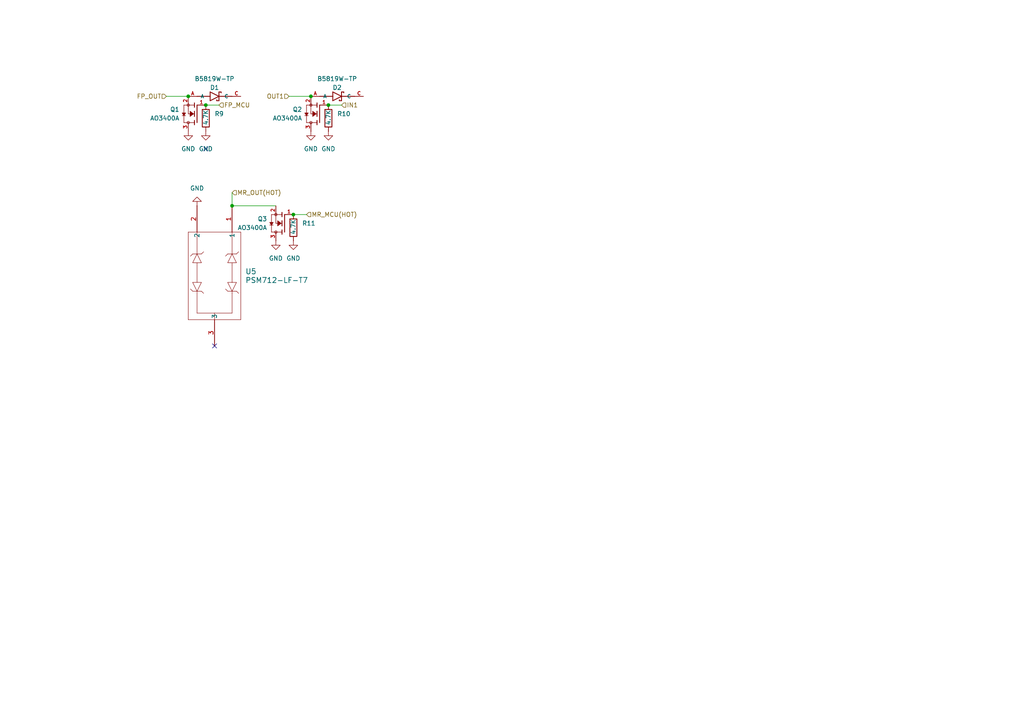
<source format=kicad_sch>
(kicad_sch
	(version 20231120)
	(generator "eeschema")
	(generator_version "8.0")
	(uuid "543a9f05-7693-4323-bfaa-3b91eca16fa2")
	(paper "A4")
	(lib_symbols
		(symbol "AO3400A:AO3400A"
			(pin_names
				(offset 1.016)
			)
			(exclude_from_sim no)
			(in_bom yes)
			(on_board yes)
			(property "Reference" "Q"
				(at -8.89 2.54 0)
				(effects
					(font
						(size 1.27 1.27)
					)
					(justify left bottom)
				)
			)
			(property "Value" "AO3400A"
				(at -8.89 -7.62 0)
				(effects
					(font
						(size 1.27 1.27)
					)
					(justify left bottom)
				)
			)
			(property "Footprint" "AO3400A:SOT95P280X125-3N"
				(at 0 0 0)
				(effects
					(font
						(size 1.27 1.27)
					)
					(justify bottom)
					(hide yes)
				)
			)
			(property "Datasheet" ""
				(at 0 0 0)
				(effects
					(font
						(size 1.27 1.27)
					)
					(hide yes)
				)
			)
			(property "Description" ""
				(at 0 0 0)
				(effects
					(font
						(size 1.27 1.27)
					)
					(hide yes)
				)
			)
			(property "MF" "Alpha & Omega Semiconductor"
				(at 0 0 0)
				(effects
					(font
						(size 1.27 1.27)
					)
					(justify bottom)
					(hide yes)
				)
			)
			(property "MAXIMUM_PACKAGE_HEIGHT" "1.25 mm"
				(at 0 0 0)
				(effects
					(font
						(size 1.27 1.27)
					)
					(justify bottom)
					(hide yes)
				)
			)
			(property "Package" "SOT-23 Alpha &amp; Omega Semiconductor Inc."
				(at 0 0 0)
				(effects
					(font
						(size 1.27 1.27)
					)
					(justify bottom)
					(hide yes)
				)
			)
			(property "Price" "None"
				(at 0 0 0)
				(effects
					(font
						(size 1.27 1.27)
					)
					(justify bottom)
					(hide yes)
				)
			)
			(property "Check_prices" "https://www.snapeda.com/parts/AO3400A/Alpha+%2526+Omega+Semiconductor+Inc./view-part/?ref=eda"
				(at 0 0 0)
				(effects
					(font
						(size 1.27 1.27)
					)
					(justify bottom)
					(hide yes)
				)
			)
			(property "STANDARD" "IPC 7351B"
				(at 0 0 0)
				(effects
					(font
						(size 1.27 1.27)
					)
					(justify bottom)
					(hide yes)
				)
			)
			(property "PARTREV" "L"
				(at 0 0 0)
				(effects
					(font
						(size 1.27 1.27)
					)
					(justify bottom)
					(hide yes)
				)
			)
			(property "SnapEDA_Link" "https://www.snapeda.com/parts/AO3400A/Alpha+%2526+Omega+Semiconductor+Inc./view-part/?ref=snap"
				(at 0 0 0)
				(effects
					(font
						(size 1.27 1.27)
					)
					(justify bottom)
					(hide yes)
				)
			)
			(property "MP" "AO3400A"
				(at 0 0 0)
				(effects
					(font
						(size 1.27 1.27)
					)
					(justify bottom)
					(hide yes)
				)
			)
			(property "Description_1" "\n                        \n                            N-Channel 30 V 5.7A (Ta) 1.4W (Ta) Surface Mount SOT-23-3\n                        \n"
				(at 0 0 0)
				(effects
					(font
						(size 1.27 1.27)
					)
					(justify bottom)
					(hide yes)
				)
			)
			(property "Availability" "In Stock"
				(at 0 0 0)
				(effects
					(font
						(size 1.27 1.27)
					)
					(justify bottom)
					(hide yes)
				)
			)
			(property "MANUFACTURER" "Alpha & Omega Semiconductor"
				(at 0 0 0)
				(effects
					(font
						(size 1.27 1.27)
					)
					(justify bottom)
					(hide yes)
				)
			)
			(symbol "AO3400A_0_0"
				(polyline
					(pts
						(xy 0 2.54) (xy 0 -2.54)
					)
					(stroke
						(width 0.254)
						(type default)
					)
					(fill
						(type none)
					)
				)
				(polyline
					(pts
						(xy 0.762 -2.54) (xy 0.762 -3.175)
					)
					(stroke
						(width 0.254)
						(type default)
					)
					(fill
						(type none)
					)
				)
				(polyline
					(pts
						(xy 0.762 -1.905) (xy 0.762 -2.54)
					)
					(stroke
						(width 0.254)
						(type default)
					)
					(fill
						(type none)
					)
				)
				(polyline
					(pts
						(xy 0.762 0) (xy 0.762 -0.762)
					)
					(stroke
						(width 0.254)
						(type default)
					)
					(fill
						(type none)
					)
				)
				(polyline
					(pts
						(xy 0.762 0) (xy 2.54 0)
					)
					(stroke
						(width 0.1524)
						(type default)
					)
					(fill
						(type none)
					)
				)
				(polyline
					(pts
						(xy 0.762 0.762) (xy 0.762 0)
					)
					(stroke
						(width 0.254)
						(type default)
					)
					(fill
						(type none)
					)
				)
				(polyline
					(pts
						(xy 0.762 2.54) (xy 0.762 1.905)
					)
					(stroke
						(width 0.254)
						(type default)
					)
					(fill
						(type none)
					)
				)
				(polyline
					(pts
						(xy 0.762 2.54) (xy 3.81 2.54)
					)
					(stroke
						(width 0.1524)
						(type default)
					)
					(fill
						(type none)
					)
				)
				(polyline
					(pts
						(xy 0.762 3.175) (xy 0.762 2.54)
					)
					(stroke
						(width 0.254)
						(type default)
					)
					(fill
						(type none)
					)
				)
				(polyline
					(pts
						(xy 2.54 -2.54) (xy 0.762 -2.54)
					)
					(stroke
						(width 0.1524)
						(type default)
					)
					(fill
						(type none)
					)
				)
				(polyline
					(pts
						(xy 2.54 -2.54) (xy 3.81 -2.54)
					)
					(stroke
						(width 0.1524)
						(type default)
					)
					(fill
						(type none)
					)
				)
				(polyline
					(pts
						(xy 2.54 0) (xy 2.54 -2.54)
					)
					(stroke
						(width 0.1524)
						(type default)
					)
					(fill
						(type none)
					)
				)
				(polyline
					(pts
						(xy 3.81 0.508) (xy 3.302 0.508)
					)
					(stroke
						(width 0.1524)
						(type default)
					)
					(fill
						(type none)
					)
				)
				(polyline
					(pts
						(xy 3.81 0.508) (xy 3.81 -2.54)
					)
					(stroke
						(width 0.1524)
						(type default)
					)
					(fill
						(type none)
					)
				)
				(polyline
					(pts
						(xy 3.81 2.54) (xy 3.81 0.508)
					)
					(stroke
						(width 0.1524)
						(type default)
					)
					(fill
						(type none)
					)
				)
				(polyline
					(pts
						(xy 4.318 0.508) (xy 3.81 0.508)
					)
					(stroke
						(width 0.1524)
						(type default)
					)
					(fill
						(type none)
					)
				)
				(polyline
					(pts
						(xy 1.016 0) (xy 2.032 0.762) (xy 2.032 -0.762) (xy 1.016 0)
					)
					(stroke
						(width 0.1524)
						(type default)
					)
					(fill
						(type outline)
					)
				)
				(polyline
					(pts
						(xy 3.81 0.508) (xy 3.302 -0.254) (xy 4.318 -0.254) (xy 3.81 0.508)
					)
					(stroke
						(width 0.1524)
						(type default)
					)
					(fill
						(type outline)
					)
				)
				(circle
					(center 2.54 -2.54)
					(radius 0.3592)
					(stroke
						(width 0)
						(type default)
					)
					(fill
						(type none)
					)
				)
				(circle
					(center 2.54 2.54)
					(radius 0.3592)
					(stroke
						(width 0)
						(type default)
					)
					(fill
						(type none)
					)
				)
				(pin passive line
					(at -2.54 -2.54 0)
					(length 2.54)
					(name "~"
						(effects
							(font
								(size 1.016 1.016)
							)
						)
					)
					(number "1"
						(effects
							(font
								(size 1.016 1.016)
							)
						)
					)
				)
				(pin passive line
					(at 2.54 -5.08 90)
					(length 2.54)
					(name "~"
						(effects
							(font
								(size 1.016 1.016)
							)
						)
					)
					(number "2"
						(effects
							(font
								(size 1.016 1.016)
							)
						)
					)
				)
				(pin passive line
					(at 2.54 5.08 270)
					(length 2.54)
					(name "~"
						(effects
							(font
								(size 1.016 1.016)
							)
						)
					)
					(number "3"
						(effects
							(font
								(size 1.016 1.016)
							)
						)
					)
				)
			)
		)
		(symbol "B5819W-TP:B5819W-TP"
			(pin_names
				(offset 1.016)
			)
			(exclude_from_sim no)
			(in_bom yes)
			(on_board yes)
			(property "Reference" "D"
				(at -3.5606 1.9074 0)
				(effects
					(font
						(size 1.27 1.27)
					)
					(justify left bottom)
				)
			)
			(property "Value" "B5819W-TP"
				(at -3.559 -3.4319 0)
				(effects
					(font
						(size 1.27 1.27)
					)
					(justify left bottom)
				)
			)
			(property "Footprint" "B5819W-TP:SOD3716X135N"
				(at 0 0 0)
				(effects
					(font
						(size 1.27 1.27)
					)
					(justify bottom)
					(hide yes)
				)
			)
			(property "Datasheet" ""
				(at 0 0 0)
				(effects
					(font
						(size 1.27 1.27)
					)
					(hide yes)
				)
			)
			(property "Description" ""
				(at 0 0 0)
				(effects
					(font
						(size 1.27 1.27)
					)
					(hide yes)
				)
			)
			(property "MF" "Micro Commercial"
				(at 0 0 0)
				(effects
					(font
						(size 1.27 1.27)
					)
					(justify bottom)
					(hide yes)
				)
			)
			(property "Description_1" "\n                        \n                            Diode Schottky 40 V 1A Surface Mount SOD-123\n                        \n"
				(at 0 0 0)
				(effects
					(font
						(size 1.27 1.27)
					)
					(justify bottom)
					(hide yes)
				)
			)
			(property "Package" "SOD-123 Multicomp"
				(at 0 0 0)
				(effects
					(font
						(size 1.27 1.27)
					)
					(justify bottom)
					(hide yes)
				)
			)
			(property "Price" "None"
				(at 0 0 0)
				(effects
					(font
						(size 1.27 1.27)
					)
					(justify bottom)
					(hide yes)
				)
			)
			(property "Check_prices" "https://www.snapeda.com/parts/B5819W-TP/Micro+Commercial+Components/view-part/?ref=eda"
				(at 0 0 0)
				(effects
					(font
						(size 1.27 1.27)
					)
					(justify bottom)
					(hide yes)
				)
			)
			(property "SnapEDA_Link" "https://www.snapeda.com/parts/B5819W-TP/Micro+Commercial+Components/view-part/?ref=snap"
				(at 0 0 0)
				(effects
					(font
						(size 1.27 1.27)
					)
					(justify bottom)
					(hide yes)
				)
			)
			(property "MP" "B5819W-TP"
				(at 0 0 0)
				(effects
					(font
						(size 1.27 1.27)
					)
					(justify bottom)
					(hide yes)
				)
			)
			(property "Availability" "In Stock"
				(at 0 0 0)
				(effects
					(font
						(size 1.27 1.27)
					)
					(justify bottom)
					(hide yes)
				)
			)
			(property "MANUFACTURER" "Micro Commercial Components"
				(at 0 0 0)
				(effects
					(font
						(size 1.27 1.27)
					)
					(justify bottom)
					(hide yes)
				)
			)
			(symbol "B5819W-TP_0_0"
				(polyline
					(pts
						(xy -5.08 0) (xy -1.27 0)
					)
					(stroke
						(width 0.254)
						(type default)
					)
					(fill
						(type none)
					)
				)
				(polyline
					(pts
						(xy -1.27 -1.27) (xy 1.27 0)
					)
					(stroke
						(width 0.254)
						(type default)
					)
					(fill
						(type none)
					)
				)
				(polyline
					(pts
						(xy -1.27 0) (xy -1.27 -1.27)
					)
					(stroke
						(width 0.254)
						(type default)
					)
					(fill
						(type none)
					)
				)
				(polyline
					(pts
						(xy -1.27 1.27) (xy -1.27 0)
					)
					(stroke
						(width 0.254)
						(type default)
					)
					(fill
						(type none)
					)
				)
				(polyline
					(pts
						(xy 0.635 -1.016) (xy 0.635 -1.27)
					)
					(stroke
						(width 0.254)
						(type default)
					)
					(fill
						(type none)
					)
				)
				(polyline
					(pts
						(xy 1.27 -1.27) (xy 0.635 -1.27)
					)
					(stroke
						(width 0.254)
						(type default)
					)
					(fill
						(type none)
					)
				)
				(polyline
					(pts
						(xy 1.27 0) (xy -1.27 1.27)
					)
					(stroke
						(width 0.254)
						(type default)
					)
					(fill
						(type none)
					)
				)
				(polyline
					(pts
						(xy 1.27 0) (xy 1.27 -1.27)
					)
					(stroke
						(width 0.254)
						(type default)
					)
					(fill
						(type none)
					)
				)
				(polyline
					(pts
						(xy 1.27 0) (xy 5.08 0)
					)
					(stroke
						(width 0.254)
						(type default)
					)
					(fill
						(type none)
					)
				)
				(polyline
					(pts
						(xy 1.27 1.27) (xy 1.27 0)
					)
					(stroke
						(width 0.254)
						(type default)
					)
					(fill
						(type none)
					)
				)
				(polyline
					(pts
						(xy 1.905 1.27) (xy 1.27 1.27)
					)
					(stroke
						(width 0.254)
						(type default)
					)
					(fill
						(type none)
					)
				)
				(polyline
					(pts
						(xy 1.905 1.27) (xy 1.905 1.016)
					)
					(stroke
						(width 0.254)
						(type default)
					)
					(fill
						(type none)
					)
				)
				(pin passive line
					(at -7.62 0 0)
					(length 2.54)
					(name "A"
						(effects
							(font
								(size 1.016 1.016)
							)
						)
					)
					(number "A"
						(effects
							(font
								(size 1.016 1.016)
							)
						)
					)
				)
				(pin passive line
					(at 7.62 0 180)
					(length 2.54)
					(name "C"
						(effects
							(font
								(size 1.016 1.016)
							)
						)
					)
					(number "C"
						(effects
							(font
								(size 1.016 1.016)
							)
						)
					)
				)
			)
		)
		(symbol "Device:R"
			(pin_numbers hide)
			(pin_names
				(offset 0)
			)
			(exclude_from_sim no)
			(in_bom yes)
			(on_board yes)
			(property "Reference" "R"
				(at 2.032 0 90)
				(effects
					(font
						(size 1.27 1.27)
					)
				)
			)
			(property "Value" "R"
				(at 0 0 90)
				(effects
					(font
						(size 1.27 1.27)
					)
				)
			)
			(property "Footprint" ""
				(at -1.778 0 90)
				(effects
					(font
						(size 1.27 1.27)
					)
					(hide yes)
				)
			)
			(property "Datasheet" "~"
				(at 0 0 0)
				(effects
					(font
						(size 1.27 1.27)
					)
					(hide yes)
				)
			)
			(property "Description" "Resistor"
				(at 0 0 0)
				(effects
					(font
						(size 1.27 1.27)
					)
					(hide yes)
				)
			)
			(property "ki_keywords" "R res resistor"
				(at 0 0 0)
				(effects
					(font
						(size 1.27 1.27)
					)
					(hide yes)
				)
			)
			(property "ki_fp_filters" "R_*"
				(at 0 0 0)
				(effects
					(font
						(size 1.27 1.27)
					)
					(hide yes)
				)
			)
			(symbol "R_0_1"
				(rectangle
					(start -1.016 -2.54)
					(end 1.016 2.54)
					(stroke
						(width 0.254)
						(type default)
					)
					(fill
						(type none)
					)
				)
			)
			(symbol "R_1_1"
				(pin passive line
					(at 0 3.81 270)
					(length 1.27)
					(name "~"
						(effects
							(font
								(size 1.27 1.27)
							)
						)
					)
					(number "1"
						(effects
							(font
								(size 1.27 1.27)
							)
						)
					)
				)
				(pin passive line
					(at 0 -3.81 90)
					(length 1.27)
					(name "~"
						(effects
							(font
								(size 1.27 1.27)
							)
						)
					)
					(number "2"
						(effects
							(font
								(size 1.27 1.27)
							)
						)
					)
				)
			)
		)
		(symbol "PSM712-LF:PSM712-LF-T7"
			(pin_names
				(offset 0.254)
			)
			(exclude_from_sim no)
			(in_bom yes)
			(on_board yes)
			(property "Reference" "U"
				(at 20.32 7.62 0)
				(effects
					(font
						(size 1.524 1.524)
					)
				)
			)
			(property "Value" "PSM712-LF-T7"
				(at 20.32 5.08 0)
				(effects
					(font
						(size 1.524 1.524)
					)
				)
			)
			(property "Footprint" "SOT_12-LF-T7_PTD"
				(at 0 0 0)
				(effects
					(font
						(size 1.27 1.27)
						(italic yes)
					)
					(hide yes)
				)
			)
			(property "Datasheet" "PSM712-LF-T7"
				(at 0 0 0)
				(effects
					(font
						(size 1.27 1.27)
						(italic yes)
					)
					(hide yes)
				)
			)
			(property "Description" ""
				(at 0 0 0)
				(effects
					(font
						(size 1.27 1.27)
					)
					(hide yes)
				)
			)
			(property "ki_locked" ""
				(at 0 0 0)
				(effects
					(font
						(size 1.27 1.27)
					)
				)
			)
			(property "ki_keywords" "PSM712-LF-T7"
				(at 0 0 0)
				(effects
					(font
						(size 1.27 1.27)
					)
					(hide yes)
				)
			)
			(property "ki_fp_filters" "SOT_12-LF-T7_PTD SOT_12-LF-T7_PTD-M SOT_12-LF-T7_PTD-L"
				(at 0 0 0)
				(effects
					(font
						(size 1.27 1.27)
					)
					(hide yes)
				)
			)
			(symbol "PSM712-LF-T7_0_1"
				(polyline
					(pts
						(xy 7.62 -12.7) (xy 33.02 -12.7)
					)
					(stroke
						(width 0.127)
						(type default)
					)
					(fill
						(type none)
					)
				)
				(polyline
					(pts
						(xy 7.62 -10.16) (xy 13.97 -10.16)
					)
					(stroke
						(width 0.127)
						(type default)
					)
					(fill
						(type none)
					)
				)
				(polyline
					(pts
						(xy 7.62 0) (xy 13.97 0)
					)
					(stroke
						(width 0.127)
						(type default)
					)
					(fill
						(type none)
					)
				)
				(polyline
					(pts
						(xy 7.62 2.54) (xy 7.62 -12.7)
					)
					(stroke
						(width 0.127)
						(type default)
					)
					(fill
						(type none)
					)
				)
				(polyline
					(pts
						(xy 13.97 -11.43) (xy 14.605 -12.065)
					)
					(stroke
						(width 0.127)
						(type default)
					)
					(fill
						(type none)
					)
				)
				(polyline
					(pts
						(xy 13.97 -10.16) (xy 13.97 -11.43)
					)
					(stroke
						(width 0.127)
						(type default)
					)
					(fill
						(type none)
					)
				)
				(polyline
					(pts
						(xy 13.97 -10.16) (xy 13.97 -8.89)
					)
					(stroke
						(width 0.127)
						(type default)
					)
					(fill
						(type none)
					)
				)
				(polyline
					(pts
						(xy 13.97 -10.16) (xy 16.51 -8.89)
					)
					(stroke
						(width 0.127)
						(type default)
					)
					(fill
						(type none)
					)
				)
				(polyline
					(pts
						(xy 13.97 -8.89) (xy 13.335 -8.255)
					)
					(stroke
						(width 0.127)
						(type default)
					)
					(fill
						(type none)
					)
				)
				(polyline
					(pts
						(xy 13.97 -1.27) (xy 14.605 -1.905)
					)
					(stroke
						(width 0.127)
						(type default)
					)
					(fill
						(type none)
					)
				)
				(polyline
					(pts
						(xy 13.97 0) (xy 13.97 -1.27)
					)
					(stroke
						(width 0.127)
						(type default)
					)
					(fill
						(type none)
					)
				)
				(polyline
					(pts
						(xy 13.97 0) (xy 13.97 1.27)
					)
					(stroke
						(width 0.127)
						(type default)
					)
					(fill
						(type none)
					)
				)
				(polyline
					(pts
						(xy 13.97 0) (xy 16.51 1.27)
					)
					(stroke
						(width 0.127)
						(type default)
					)
					(fill
						(type none)
					)
				)
				(polyline
					(pts
						(xy 13.97 1.27) (xy 13.335 1.905)
					)
					(stroke
						(width 0.127)
						(type default)
					)
					(fill
						(type none)
					)
				)
				(polyline
					(pts
						(xy 16.51 -11.43) (xy 13.97 -10.16)
					)
					(stroke
						(width 0.127)
						(type default)
					)
					(fill
						(type none)
					)
				)
				(polyline
					(pts
						(xy 16.51 -10.16) (xy 16.51 -11.43)
					)
					(stroke
						(width 0.127)
						(type default)
					)
					(fill
						(type none)
					)
				)
				(polyline
					(pts
						(xy 16.51 -10.16) (xy 16.51 -8.89)
					)
					(stroke
						(width 0.127)
						(type default)
					)
					(fill
						(type none)
					)
				)
				(polyline
					(pts
						(xy 16.51 -1.27) (xy 13.97 0)
					)
					(stroke
						(width 0.127)
						(type default)
					)
					(fill
						(type none)
					)
				)
				(polyline
					(pts
						(xy 16.51 1.27) (xy 16.51 -1.27)
					)
					(stroke
						(width 0.127)
						(type default)
					)
					(fill
						(type none)
					)
				)
				(polyline
					(pts
						(xy 17.145 0) (xy 16.51 0)
					)
					(stroke
						(width 0.127)
						(type default)
					)
					(fill
						(type none)
					)
				)
				(polyline
					(pts
						(xy 17.145 0) (xy 22.225 0)
					)
					(stroke
						(width 0.127)
						(type default)
					)
					(fill
						(type none)
					)
				)
				(polyline
					(pts
						(xy 22.225 -10.16) (xy 16.51 -10.16)
					)
					(stroke
						(width 0.127)
						(type default)
					)
					(fill
						(type none)
					)
				)
				(polyline
					(pts
						(xy 22.225 -8.89) (xy 22.225 -11.43)
					)
					(stroke
						(width 0.127)
						(type default)
					)
					(fill
						(type none)
					)
				)
				(polyline
					(pts
						(xy 22.225 -1.27) (xy 24.765 0)
					)
					(stroke
						(width 0.127)
						(type default)
					)
					(fill
						(type none)
					)
				)
				(polyline
					(pts
						(xy 22.225 0) (xy 22.225 -1.27)
					)
					(stroke
						(width 0.127)
						(type default)
					)
					(fill
						(type none)
					)
				)
				(polyline
					(pts
						(xy 22.225 0) (xy 22.225 1.27)
					)
					(stroke
						(width 0.127)
						(type default)
					)
					(fill
						(type none)
					)
				)
				(polyline
					(pts
						(xy 22.225 1.27) (xy 24.765 0)
					)
					(stroke
						(width 0.127)
						(type default)
					)
					(fill
						(type none)
					)
				)
				(polyline
					(pts
						(xy 24.765 -11.43) (xy 24.13 -12.065)
					)
					(stroke
						(width 0.127)
						(type default)
					)
					(fill
						(type none)
					)
				)
				(polyline
					(pts
						(xy 24.765 -10.16) (xy 22.225 -11.43)
					)
					(stroke
						(width 0.127)
						(type default)
					)
					(fill
						(type none)
					)
				)
				(polyline
					(pts
						(xy 24.765 -10.16) (xy 22.225 -8.89)
					)
					(stroke
						(width 0.127)
						(type default)
					)
					(fill
						(type none)
					)
				)
				(polyline
					(pts
						(xy 24.765 -10.16) (xy 24.765 -11.43)
					)
					(stroke
						(width 0.127)
						(type default)
					)
					(fill
						(type none)
					)
				)
				(polyline
					(pts
						(xy 24.765 -10.16) (xy 24.765 -8.89)
					)
					(stroke
						(width 0.127)
						(type default)
					)
					(fill
						(type none)
					)
				)
				(polyline
					(pts
						(xy 24.765 -8.89) (xy 25.4 -8.255)
					)
					(stroke
						(width 0.127)
						(type default)
					)
					(fill
						(type none)
					)
				)
				(polyline
					(pts
						(xy 24.765 -1.27) (xy 24.13 -1.905)
					)
					(stroke
						(width 0.127)
						(type default)
					)
					(fill
						(type none)
					)
				)
				(polyline
					(pts
						(xy 24.765 0) (xy 24.765 -1.27)
					)
					(stroke
						(width 0.127)
						(type default)
					)
					(fill
						(type none)
					)
				)
				(polyline
					(pts
						(xy 24.765 0) (xy 24.765 1.27)
					)
					(stroke
						(width 0.127)
						(type default)
					)
					(fill
						(type none)
					)
				)
				(polyline
					(pts
						(xy 24.765 1.27) (xy 25.4 1.905)
					)
					(stroke
						(width 0.127)
						(type default)
					)
					(fill
						(type none)
					)
				)
				(polyline
					(pts
						(xy 25.4 0) (xy 24.765 0)
					)
					(stroke
						(width 0.127)
						(type default)
					)
					(fill
						(type none)
					)
				)
				(polyline
					(pts
						(xy 25.4 0) (xy 31.115 0)
					)
					(stroke
						(width 0.127)
						(type default)
					)
					(fill
						(type none)
					)
				)
				(polyline
					(pts
						(xy 31.115 -10.16) (xy 24.765 -10.16)
					)
					(stroke
						(width 0.127)
						(type default)
					)
					(fill
						(type none)
					)
				)
				(polyline
					(pts
						(xy 31.115 -5.08) (xy 31.115 -10.16)
					)
					(stroke
						(width 0.127)
						(type default)
					)
					(fill
						(type none)
					)
				)
				(polyline
					(pts
						(xy 31.115 -5.08) (xy 31.115 0)
					)
					(stroke
						(width 0.127)
						(type default)
					)
					(fill
						(type none)
					)
				)
				(polyline
					(pts
						(xy 33.02 -12.7) (xy 33.02 2.54)
					)
					(stroke
						(width 0.127)
						(type default)
					)
					(fill
						(type none)
					)
				)
				(polyline
					(pts
						(xy 33.02 -5.08) (xy 31.115 -5.08)
					)
					(stroke
						(width 0.127)
						(type default)
					)
					(fill
						(type none)
					)
				)
				(polyline
					(pts
						(xy 33.02 2.54) (xy 7.62 2.54)
					)
					(stroke
						(width 0.127)
						(type default)
					)
					(fill
						(type none)
					)
				)
				(pin bidirectional line
					(at 0 0 0)
					(length 7.62)
					(name "1"
						(effects
							(font
								(size 1.27 1.27)
							)
						)
					)
					(number "1"
						(effects
							(font
								(size 1.27 1.27)
							)
						)
					)
				)
				(pin unspecified line
					(at 0 -10.16 0)
					(length 7.62)
					(name "2"
						(effects
							(font
								(size 1.27 1.27)
							)
						)
					)
					(number "2"
						(effects
							(font
								(size 1.27 1.27)
							)
						)
					)
				)
				(pin power_out line
					(at 40.64 -5.08 180)
					(length 7.62)
					(name "3"
						(effects
							(font
								(size 1.27 1.27)
							)
						)
					)
					(number "3"
						(effects
							(font
								(size 1.27 1.27)
							)
						)
					)
				)
			)
		)
		(symbol "power:GND"
			(power)
			(pin_numbers hide)
			(pin_names
				(offset 0) hide)
			(exclude_from_sim no)
			(in_bom yes)
			(on_board yes)
			(property "Reference" "#PWR"
				(at 0 -6.35 0)
				(effects
					(font
						(size 1.27 1.27)
					)
					(hide yes)
				)
			)
			(property "Value" "GND"
				(at 0 -3.81 0)
				(effects
					(font
						(size 1.27 1.27)
					)
				)
			)
			(property "Footprint" ""
				(at 0 0 0)
				(effects
					(font
						(size 1.27 1.27)
					)
					(hide yes)
				)
			)
			(property "Datasheet" ""
				(at 0 0 0)
				(effects
					(font
						(size 1.27 1.27)
					)
					(hide yes)
				)
			)
			(property "Description" "Power symbol creates a global label with name \"GND\" , ground"
				(at 0 0 0)
				(effects
					(font
						(size 1.27 1.27)
					)
					(hide yes)
				)
			)
			(property "ki_keywords" "global power"
				(at 0 0 0)
				(effects
					(font
						(size 1.27 1.27)
					)
					(hide yes)
				)
			)
			(symbol "GND_0_1"
				(polyline
					(pts
						(xy 0 0) (xy 0 -1.27) (xy 1.27 -1.27) (xy 0 -2.54) (xy -1.27 -1.27) (xy 0 -1.27)
					)
					(stroke
						(width 0)
						(type default)
					)
					(fill
						(type none)
					)
				)
			)
			(symbol "GND_1_1"
				(pin power_in line
					(at 0 0 270)
					(length 0)
					(name "~"
						(effects
							(font
								(size 1.27 1.27)
							)
						)
					)
					(number "1"
						(effects
							(font
								(size 1.27 1.27)
							)
						)
					)
				)
			)
		)
	)
	(junction
		(at 95.25 30.48)
		(diameter 0)
		(color 0 0 0 0)
		(uuid "0ba3aadd-5871-4ad8-849f-113945f968d5")
	)
	(junction
		(at 59.69 30.48)
		(diameter 0)
		(color 0 0 0 0)
		(uuid "30c53f32-9771-4901-8dd6-b7728d54efee")
	)
	(junction
		(at 85.09 62.23)
		(diameter 0)
		(color 0 0 0 0)
		(uuid "41d40cf9-16dd-4fc2-bf1f-339cb85f95e0")
	)
	(junction
		(at 67.31 59.69)
		(diameter 0)
		(color 0 0 0 0)
		(uuid "4aa3da52-03dc-4119-92f1-84c9339e1dd4")
	)
	(junction
		(at 90.17 27.94)
		(diameter 0)
		(color 0 0 0 0)
		(uuid "7a27374b-42d9-4543-ba31-eafca235e7ca")
	)
	(junction
		(at 54.61 27.94)
		(diameter 0)
		(color 0 0 0 0)
		(uuid "e561d9bc-9207-4328-93f1-d5bafe58a6b4")
	)
	(no_connect
		(at 59.69 43.18)
		(uuid "6aaab147-10a6-416e-a409-fab6feb339c4")
	)
	(no_connect
		(at 62.23 100.33)
		(uuid "fae0a80b-1c19-42fd-baef-3ec6c138590a")
	)
	(wire
		(pts
			(xy 95.25 30.48) (xy 99.06 30.48)
		)
		(stroke
			(width 0)
			(type default)
		)
		(uuid "2ec6d4d9-b39d-4e41-aed8-37c6f3369c58")
	)
	(wire
		(pts
			(xy 48.26 27.94) (xy 54.61 27.94)
		)
		(stroke
			(width 0)
			(type default)
		)
		(uuid "3ebbfa5c-1fec-45c3-855f-3a0c06807f0f")
	)
	(wire
		(pts
			(xy 59.69 30.48) (xy 63.5 30.48)
		)
		(stroke
			(width 0)
			(type default)
		)
		(uuid "4ba38048-d6a0-47c0-b636-397ce94ec09d")
	)
	(wire
		(pts
			(xy 85.09 62.23) (xy 88.9 62.23)
		)
		(stroke
			(width 0)
			(type default)
		)
		(uuid "56ff7111-a144-4bc0-aa80-2bb5f761ba0f")
	)
	(wire
		(pts
			(xy 83.82 27.94) (xy 90.17 27.94)
		)
		(stroke
			(width 0)
			(type default)
		)
		(uuid "752e3e8a-417d-455b-b0a9-61b885651ee1")
	)
	(wire
		(pts
			(xy 67.31 55.88) (xy 67.31 59.69)
		)
		(stroke
			(width 0)
			(type default)
		)
		(uuid "801983fe-45a4-422f-a12d-ea1a46a1ddc4")
	)
	(wire
		(pts
			(xy 67.31 59.69) (xy 80.01 59.69)
		)
		(stroke
			(width 0)
			(type default)
		)
		(uuid "818dea23-3fb9-424d-a0fd-24731e1b0889")
	)
	(hierarchical_label "OUT1"
		(shape input)
		(at 83.82 27.94 180)
		(fields_autoplaced yes)
		(effects
			(font
				(size 1.27 1.27)
			)
			(justify right)
		)
		(uuid "0567b0a3-e900-4e2c-8369-ca2473a86f39")
	)
	(hierarchical_label "MR_MCU(HOT)"
		(shape input)
		(at 88.9 62.23 0)
		(fields_autoplaced yes)
		(effects
			(font
				(size 1.27 1.27)
			)
			(justify left)
		)
		(uuid "37aee115-17c9-4860-9296-e6d3ac429b22")
	)
	(hierarchical_label "IN1"
		(shape input)
		(at 99.06 30.48 0)
		(fields_autoplaced yes)
		(effects
			(font
				(size 1.27 1.27)
			)
			(justify left)
		)
		(uuid "5b108acb-1054-46a4-be79-93720f3cf03e")
	)
	(hierarchical_label "FP_MCU"
		(shape input)
		(at 63.5 30.48 0)
		(fields_autoplaced yes)
		(effects
			(font
				(size 1.27 1.27)
			)
			(justify left)
		)
		(uuid "d037bdd6-6234-4334-b713-c885a66c3f51")
	)
	(hierarchical_label "FP_OUT"
		(shape input)
		(at 48.26 27.94 180)
		(fields_autoplaced yes)
		(effects
			(font
				(size 1.27 1.27)
			)
			(justify right)
		)
		(uuid "e22ad0e5-fde0-4c53-bf59-e20245a12994")
	)
	(hierarchical_label "MR_OUT(HOT)"
		(shape input)
		(at 67.31 55.88 0)
		(fields_autoplaced yes)
		(effects
			(font
				(size 1.27 1.27)
			)
			(justify left)
		)
		(uuid "ea3b9f40-68db-46fb-b014-5711cf4e23a7")
	)
	(symbol
		(lib_id "AO3400A:AO3400A")
		(at 92.71 33.02 180)
		(unit 1)
		(exclude_from_sim no)
		(in_bom yes)
		(on_board yes)
		(dnp no)
		(fields_autoplaced yes)
		(uuid "25a64625-71ae-48e7-a464-4c3d00eedfc5")
		(property "Reference" "Q2"
			(at 87.63 31.7499 0)
			(effects
				(font
					(size 1.27 1.27)
				)
				(justify left)
			)
		)
		(property "Value" "AO3400A"
			(at 87.63 34.2899 0)
			(effects
				(font
					(size 1.27 1.27)
				)
				(justify left)
			)
		)
		(property "Footprint" "AO3400A:SOT95P280X125-3N"
			(at 92.71 33.02 0)
			(effects
				(font
					(size 1.27 1.27)
				)
				(justify bottom)
				(hide yes)
			)
		)
		(property "Datasheet" ""
			(at 92.71 33.02 0)
			(effects
				(font
					(size 1.27 1.27)
				)
				(hide yes)
			)
		)
		(property "Description" ""
			(at 92.71 33.02 0)
			(effects
				(font
					(size 1.27 1.27)
				)
				(hide yes)
			)
		)
		(property "MF" "Alpha & Omega Semiconductor"
			(at 92.71 33.02 0)
			(effects
				(font
					(size 1.27 1.27)
				)
				(justify bottom)
				(hide yes)
			)
		)
		(property "MAXIMUM_PACKAGE_HEIGHT" "1.25 mm"
			(at 92.71 33.02 0)
			(effects
				(font
					(size 1.27 1.27)
				)
				(justify bottom)
				(hide yes)
			)
		)
		(property "Package" "SOT-23 Alpha &amp; Omega Semiconductor Inc."
			(at 92.71 33.02 0)
			(effects
				(font
					(size 1.27 1.27)
				)
				(justify bottom)
				(hide yes)
			)
		)
		(property "Price" "None"
			(at 92.71 33.02 0)
			(effects
				(font
					(size 1.27 1.27)
				)
				(justify bottom)
				(hide yes)
			)
		)
		(property "Check_prices" "https://www.snapeda.com/parts/AO3400A/Alpha+%2526+Omega+Semiconductor+Inc./view-part/?ref=eda"
			(at 92.71 33.02 0)
			(effects
				(font
					(size 1.27 1.27)
				)
				(justify bottom)
				(hide yes)
			)
		)
		(property "STANDARD" "IPC 7351B"
			(at 92.71 33.02 0)
			(effects
				(font
					(size 1.27 1.27)
				)
				(justify bottom)
				(hide yes)
			)
		)
		(property "PARTREV" "L"
			(at 92.71 33.02 0)
			(effects
				(font
					(size 1.27 1.27)
				)
				(justify bottom)
				(hide yes)
			)
		)
		(property "SnapEDA_Link" "https://www.snapeda.com/parts/AO3400A/Alpha+%2526+Omega+Semiconductor+Inc./view-part/?ref=snap"
			(at 92.71 33.02 0)
			(effects
				(font
					(size 1.27 1.27)
				)
				(justify bottom)
				(hide yes)
			)
		)
		(property "MP" "AO3400A"
			(at 92.71 33.02 0)
			(effects
				(font
					(size 1.27 1.27)
				)
				(justify bottom)
				(hide yes)
			)
		)
		(property "Description_1" "\n                        \n                            N-Channel 30 V 5.7A (Ta) 1.4W (Ta) Surface Mount SOT-23-3\n                        \n"
			(at 92.71 33.02 0)
			(effects
				(font
					(size 1.27 1.27)
				)
				(justify bottom)
				(hide yes)
			)
		)
		(property "Availability" "In Stock"
			(at 92.71 33.02 0)
			(effects
				(font
					(size 1.27 1.27)
				)
				(justify bottom)
				(hide yes)
			)
		)
		(property "MANUFACTURER" "Alpha & Omega Semiconductor"
			(at 92.71 33.02 0)
			(effects
				(font
					(size 1.27 1.27)
				)
				(justify bottom)
				(hide yes)
			)
		)
		(pin "1"
			(uuid "d5073808-481f-4861-93c2-d80bc72d1c32")
		)
		(pin "2"
			(uuid "bffe115f-39ac-4ab4-9be2-b208d224bbc3")
		)
		(pin "3"
			(uuid "26636420-b25c-4f9c-9b93-14041bfd7ee7")
		)
		(instances
			(project "Z31HELLEN"
				(path "/b506e640-3a9c-47d7-91fd-18e11bf19b9e/6e53888c-40a8-455d-8e6d-80ac17a7dbff"
					(reference "Q2")
					(unit 1)
				)
			)
		)
	)
	(symbol
		(lib_id "AO3400A:AO3400A")
		(at 82.55 64.77 180)
		(unit 1)
		(exclude_from_sim no)
		(in_bom yes)
		(on_board yes)
		(dnp no)
		(fields_autoplaced yes)
		(uuid "341cac10-461a-4524-a11d-642d24c76e9d")
		(property "Reference" "Q3"
			(at 77.47 63.4999 0)
			(effects
				(font
					(size 1.27 1.27)
				)
				(justify left)
			)
		)
		(property "Value" "AO3400A"
			(at 77.47 66.0399 0)
			(effects
				(font
					(size 1.27 1.27)
				)
				(justify left)
			)
		)
		(property "Footprint" "AO3400A:SOT95P280X125-3N"
			(at 82.55 64.77 0)
			(effects
				(font
					(size 1.27 1.27)
				)
				(justify bottom)
				(hide yes)
			)
		)
		(property "Datasheet" ""
			(at 82.55 64.77 0)
			(effects
				(font
					(size 1.27 1.27)
				)
				(hide yes)
			)
		)
		(property "Description" ""
			(at 82.55 64.77 0)
			(effects
				(font
					(size 1.27 1.27)
				)
				(hide yes)
			)
		)
		(property "MF" "Alpha & Omega Semiconductor"
			(at 82.55 64.77 0)
			(effects
				(font
					(size 1.27 1.27)
				)
				(justify bottom)
				(hide yes)
			)
		)
		(property "MAXIMUM_PACKAGE_HEIGHT" "1.25 mm"
			(at 82.55 64.77 0)
			(effects
				(font
					(size 1.27 1.27)
				)
				(justify bottom)
				(hide yes)
			)
		)
		(property "Package" "SOT-23 Alpha &amp; Omega Semiconductor Inc."
			(at 82.55 64.77 0)
			(effects
				(font
					(size 1.27 1.27)
				)
				(justify bottom)
				(hide yes)
			)
		)
		(property "Price" "None"
			(at 82.55 64.77 0)
			(effects
				(font
					(size 1.27 1.27)
				)
				(justify bottom)
				(hide yes)
			)
		)
		(property "Check_prices" "https://www.snapeda.com/parts/AO3400A/Alpha+%2526+Omega+Semiconductor+Inc./view-part/?ref=eda"
			(at 82.55 64.77 0)
			(effects
				(font
					(size 1.27 1.27)
				)
				(justify bottom)
				(hide yes)
			)
		)
		(property "STANDARD" "IPC 7351B"
			(at 82.55 64.77 0)
			(effects
				(font
					(size 1.27 1.27)
				)
				(justify bottom)
				(hide yes)
			)
		)
		(property "PARTREV" "L"
			(at 82.55 64.77 0)
			(effects
				(font
					(size 1.27 1.27)
				)
				(justify bottom)
				(hide yes)
			)
		)
		(property "SnapEDA_Link" "https://www.snapeda.com/parts/AO3400A/Alpha+%2526+Omega+Semiconductor+Inc./view-part/?ref=snap"
			(at 82.55 64.77 0)
			(effects
				(font
					(size 1.27 1.27)
				)
				(justify bottom)
				(hide yes)
			)
		)
		(property "MP" "AO3400A"
			(at 82.55 64.77 0)
			(effects
				(font
					(size 1.27 1.27)
				)
				(justify bottom)
				(hide yes)
			)
		)
		(property "Description_1" "\n                        \n                            N-Channel 30 V 5.7A (Ta) 1.4W (Ta) Surface Mount SOT-23-3\n                        \n"
			(at 82.55 64.77 0)
			(effects
				(font
					(size 1.27 1.27)
				)
				(justify bottom)
				(hide yes)
			)
		)
		(property "Availability" "In Stock"
			(at 82.55 64.77 0)
			(effects
				(font
					(size 1.27 1.27)
				)
				(justify bottom)
				(hide yes)
			)
		)
		(property "MANUFACTURER" "Alpha & Omega Semiconductor"
			(at 82.55 64.77 0)
			(effects
				(font
					(size 1.27 1.27)
				)
				(justify bottom)
				(hide yes)
			)
		)
		(pin "1"
			(uuid "16d3c872-ccee-441c-9914-14fe225ff3cd")
		)
		(pin "2"
			(uuid "83f4ab44-20a0-4917-84a2-8093e602d0fa")
		)
		(pin "3"
			(uuid "37d557a2-64f1-41b0-bd71-becb12bb7522")
		)
		(instances
			(project "Z31HELLEN"
				(path "/b506e640-3a9c-47d7-91fd-18e11bf19b9e/6e53888c-40a8-455d-8e6d-80ac17a7dbff"
					(reference "Q3")
					(unit 1)
				)
			)
		)
	)
	(symbol
		(lib_id "PSM712-LF:PSM712-LF-T7")
		(at 67.31 59.69 270)
		(unit 1)
		(exclude_from_sim no)
		(in_bom yes)
		(on_board yes)
		(dnp no)
		(fields_autoplaced yes)
		(uuid "346bf136-24aa-4a25-a0e8-aeedacc8d90c")
		(property "Reference" "U5"
			(at 71.12 78.7399 90)
			(effects
				(font
					(size 1.524 1.524)
				)
				(justify left)
			)
		)
		(property "Value" "PSM712-LF-T7"
			(at 71.12 81.2799 90)
			(effects
				(font
					(size 1.524 1.524)
				)
				(justify left)
			)
		)
		(property "Footprint" "SOT_12-LF-T7_PTD"
			(at 67.31 59.69 0)
			(effects
				(font
					(size 1.27 1.27)
					(italic yes)
				)
				(hide yes)
			)
		)
		(property "Datasheet" "PSM712-LF-T7"
			(at 67.31 59.69 0)
			(effects
				(font
					(size 1.27 1.27)
					(italic yes)
				)
				(hide yes)
			)
		)
		(property "Description" ""
			(at 67.31 59.69 0)
			(effects
				(font
					(size 1.27 1.27)
				)
				(hide yes)
			)
		)
		(pin "2"
			(uuid "c33ab653-dfab-408b-90d3-7d5dbc6d0a85")
		)
		(pin "3"
			(uuid "054d027e-cf47-4fed-a7ac-ddccbb5d5af6")
		)
		(pin "1"
			(uuid "cc2a65f8-e4a4-43a0-a0e2-49ec872b4fad")
		)
		(instances
			(project ""
				(path "/b506e640-3a9c-47d7-91fd-18e11bf19b9e/6e53888c-40a8-455d-8e6d-80ac17a7dbff"
					(reference "U5")
					(unit 1)
				)
			)
		)
	)
	(symbol
		(lib_id "power:GND")
		(at 95.25 38.1 0)
		(unit 1)
		(exclude_from_sim no)
		(in_bom yes)
		(on_board yes)
		(dnp no)
		(fields_autoplaced yes)
		(uuid "408f2f8d-684e-42b6-adc0-2c46b244e4fe")
		(property "Reference" "#PWR033"
			(at 95.25 44.45 0)
			(effects
				(font
					(size 1.27 1.27)
				)
				(hide yes)
			)
		)
		(property "Value" "GND"
			(at 95.25 43.18 0)
			(effects
				(font
					(size 1.27 1.27)
				)
			)
		)
		(property "Footprint" ""
			(at 95.25 38.1 0)
			(effects
				(font
					(size 1.27 1.27)
				)
				(hide yes)
			)
		)
		(property "Datasheet" ""
			(at 95.25 38.1 0)
			(effects
				(font
					(size 1.27 1.27)
				)
				(hide yes)
			)
		)
		(property "Description" "Power symbol creates a global label with name \"GND\" , ground"
			(at 95.25 38.1 0)
			(effects
				(font
					(size 1.27 1.27)
				)
				(hide yes)
			)
		)
		(pin "1"
			(uuid "fa043e9d-c2c5-47a3-b5cf-c0cde6db8e3c")
		)
		(instances
			(project "Z31HELLEN"
				(path "/b506e640-3a9c-47d7-91fd-18e11bf19b9e/6e53888c-40a8-455d-8e6d-80ac17a7dbff"
					(reference "#PWR033")
					(unit 1)
				)
			)
		)
	)
	(symbol
		(lib_id "power:GND")
		(at 80.01 69.85 0)
		(unit 1)
		(exclude_from_sim no)
		(in_bom yes)
		(on_board yes)
		(dnp no)
		(fields_autoplaced yes)
		(uuid "7d55afa9-1caf-4e58-b259-1b87884375e8")
		(property "Reference" "#PWR034"
			(at 80.01 76.2 0)
			(effects
				(font
					(size 1.27 1.27)
				)
				(hide yes)
			)
		)
		(property "Value" "GND"
			(at 80.01 74.93 0)
			(effects
				(font
					(size 1.27 1.27)
				)
			)
		)
		(property "Footprint" ""
			(at 80.01 69.85 0)
			(effects
				(font
					(size 1.27 1.27)
				)
				(hide yes)
			)
		)
		(property "Datasheet" ""
			(at 80.01 69.85 0)
			(effects
				(font
					(size 1.27 1.27)
				)
				(hide yes)
			)
		)
		(property "Description" "Power symbol creates a global label with name \"GND\" , ground"
			(at 80.01 69.85 0)
			(effects
				(font
					(size 1.27 1.27)
				)
				(hide yes)
			)
		)
		(pin "1"
			(uuid "c239889f-79d9-4fd7-ac40-d2bc738d7c3c")
		)
		(instances
			(project "Z31HELLEN"
				(path "/b506e640-3a9c-47d7-91fd-18e11bf19b9e/6e53888c-40a8-455d-8e6d-80ac17a7dbff"
					(reference "#PWR034")
					(unit 1)
				)
			)
		)
	)
	(symbol
		(lib_id "power:GND")
		(at 57.15 59.69 180)
		(unit 1)
		(exclude_from_sim no)
		(in_bom yes)
		(on_board yes)
		(dnp no)
		(fields_autoplaced yes)
		(uuid "7df4c3b6-b442-4bbe-a71c-ddd4007a7e70")
		(property "Reference" "#PWR038"
			(at 57.15 53.34 0)
			(effects
				(font
					(size 1.27 1.27)
				)
				(hide yes)
			)
		)
		(property "Value" "GND"
			(at 57.15 54.61 0)
			(effects
				(font
					(size 1.27 1.27)
				)
			)
		)
		(property "Footprint" ""
			(at 57.15 59.69 0)
			(effects
				(font
					(size 1.27 1.27)
				)
				(hide yes)
			)
		)
		(property "Datasheet" ""
			(at 57.15 59.69 0)
			(effects
				(font
					(size 1.27 1.27)
				)
				(hide yes)
			)
		)
		(property "Description" "Power symbol creates a global label with name \"GND\" , ground"
			(at 57.15 59.69 0)
			(effects
				(font
					(size 1.27 1.27)
				)
				(hide yes)
			)
		)
		(pin "1"
			(uuid "67fb1796-e026-441b-bcf9-62312f42fa4a")
		)
		(instances
			(project ""
				(path "/b506e640-3a9c-47d7-91fd-18e11bf19b9e/6e53888c-40a8-455d-8e6d-80ac17a7dbff"
					(reference "#PWR038")
					(unit 1)
				)
			)
		)
	)
	(symbol
		(lib_id "B5819W-TP:B5819W-TP")
		(at 97.79 27.94 0)
		(unit 1)
		(exclude_from_sim no)
		(in_bom yes)
		(on_board yes)
		(dnp no)
		(uuid "99d0b8fd-4bb8-4f19-b6f8-9d6e0d279fab")
		(property "Reference" "D2"
			(at 97.79 25.4 0)
			(effects
				(font
					(size 1.27 1.27)
				)
			)
		)
		(property "Value" "B5819W-TP"
			(at 97.79 22.86 0)
			(effects
				(font
					(size 1.27 1.27)
				)
			)
		)
		(property "Footprint" "B5819W:SOD3716X135N"
			(at 97.79 27.94 0)
			(effects
				(font
					(size 1.27 1.27)
				)
				(justify bottom)
				(hide yes)
			)
		)
		(property "Datasheet" ""
			(at 97.79 27.94 0)
			(effects
				(font
					(size 1.27 1.27)
				)
				(hide yes)
			)
		)
		(property "Description" ""
			(at 97.79 27.94 0)
			(effects
				(font
					(size 1.27 1.27)
				)
				(hide yes)
			)
		)
		(property "MF" "Micro Commercial"
			(at 97.79 27.94 0)
			(effects
				(font
					(size 1.27 1.27)
				)
				(justify bottom)
				(hide yes)
			)
		)
		(property "Description_1" "\n                        \n                            Diode Schottky 40 V 1A Surface Mount SOD-123\n                        \n"
			(at 97.79 27.94 0)
			(effects
				(font
					(size 1.27 1.27)
				)
				(justify bottom)
				(hide yes)
			)
		)
		(property "Package" "SOD-123 Multicomp"
			(at 97.79 27.94 0)
			(effects
				(font
					(size 1.27 1.27)
				)
				(justify bottom)
				(hide yes)
			)
		)
		(property "Price" "None"
			(at 97.79 27.94 0)
			(effects
				(font
					(size 1.27 1.27)
				)
				(justify bottom)
				(hide yes)
			)
		)
		(property "Check_prices" "https://www.snapeda.com/parts/B5819W-TP/Micro+Commercial+Components/view-part/?ref=eda"
			(at 97.79 27.94 0)
			(effects
				(font
					(size 1.27 1.27)
				)
				(justify bottom)
				(hide yes)
			)
		)
		(property "SnapEDA_Link" "https://www.snapeda.com/parts/B5819W-TP/Micro+Commercial+Components/view-part/?ref=snap"
			(at 97.79 27.94 0)
			(effects
				(font
					(size 1.27 1.27)
				)
				(justify bottom)
				(hide yes)
			)
		)
		(property "MP" "B5819W-TP"
			(at 97.79 27.94 0)
			(effects
				(font
					(size 1.27 1.27)
				)
				(justify bottom)
				(hide yes)
			)
		)
		(property "Availability" "In Stock"
			(at 97.79 27.94 0)
			(effects
				(font
					(size 1.27 1.27)
				)
				(justify bottom)
				(hide yes)
			)
		)
		(property "MANUFACTURER" "Micro Commercial Components"
			(at 97.79 27.94 0)
			(effects
				(font
					(size 1.27 1.27)
				)
				(justify bottom)
				(hide yes)
			)
		)
		(pin "A"
			(uuid "e53eb274-810f-4c1c-8160-013fdbcf4521")
		)
		(pin "C"
			(uuid "9fdf0d13-8eb8-4184-a400-395965f74015")
		)
		(instances
			(project "Z31HELLEN"
				(path "/b506e640-3a9c-47d7-91fd-18e11bf19b9e/6e53888c-40a8-455d-8e6d-80ac17a7dbff"
					(reference "D2")
					(unit 1)
				)
			)
		)
	)
	(symbol
		(lib_id "power:GND")
		(at 54.61 38.1 0)
		(unit 1)
		(exclude_from_sim no)
		(in_bom yes)
		(on_board yes)
		(dnp no)
		(fields_autoplaced yes)
		(uuid "9fb43c20-0cfc-43f8-890c-eae7e5412f65")
		(property "Reference" "#PWR030"
			(at 54.61 44.45 0)
			(effects
				(font
					(size 1.27 1.27)
				)
				(hide yes)
			)
		)
		(property "Value" "GND"
			(at 54.61 43.18 0)
			(effects
				(font
					(size 1.27 1.27)
				)
			)
		)
		(property "Footprint" ""
			(at 54.61 38.1 0)
			(effects
				(font
					(size 1.27 1.27)
				)
				(hide yes)
			)
		)
		(property "Datasheet" ""
			(at 54.61 38.1 0)
			(effects
				(font
					(size 1.27 1.27)
				)
				(hide yes)
			)
		)
		(property "Description" "Power symbol creates a global label with name \"GND\" , ground"
			(at 54.61 38.1 0)
			(effects
				(font
					(size 1.27 1.27)
				)
				(hide yes)
			)
		)
		(pin "1"
			(uuid "850816e1-0feb-4761-85ef-ccfc63ff2855")
		)
		(instances
			(project ""
				(path "/b506e640-3a9c-47d7-91fd-18e11bf19b9e/6e53888c-40a8-455d-8e6d-80ac17a7dbff"
					(reference "#PWR030")
					(unit 1)
				)
			)
		)
	)
	(symbol
		(lib_id "Device:R")
		(at 95.25 34.29 0)
		(unit 1)
		(exclude_from_sim no)
		(in_bom yes)
		(on_board yes)
		(dnp no)
		(uuid "a3de5635-c030-430c-b630-a15f1f51e99a")
		(property "Reference" "R10"
			(at 97.79 33.0199 0)
			(effects
				(font
					(size 1.27 1.27)
				)
				(justify left)
			)
		)
		(property "Value" "4.7K"
			(at 95.25 36.322 90)
			(effects
				(font
					(size 1.27 1.27)
				)
				(justify left)
			)
		)
		(property "Footprint" ""
			(at 93.472 34.29 90)
			(effects
				(font
					(size 1.27 1.27)
				)
				(hide yes)
			)
		)
		(property "Datasheet" "~"
			(at 95.25 34.29 0)
			(effects
				(font
					(size 1.27 1.27)
				)
				(hide yes)
			)
		)
		(property "Description" "Resistor"
			(at 95.25 34.29 0)
			(effects
				(font
					(size 1.27 1.27)
				)
				(hide yes)
			)
		)
		(pin "2"
			(uuid "a0474188-02f0-4d11-814c-7f2e9b6eb6b9")
		)
		(pin "1"
			(uuid "d042e187-c4a1-462f-a9e6-733522bf7bae")
		)
		(instances
			(project "Z31HELLEN"
				(path "/b506e640-3a9c-47d7-91fd-18e11bf19b9e/6e53888c-40a8-455d-8e6d-80ac17a7dbff"
					(reference "R10")
					(unit 1)
				)
			)
		)
	)
	(symbol
		(lib_id "Device:R")
		(at 85.09 66.04 0)
		(unit 1)
		(exclude_from_sim no)
		(in_bom yes)
		(on_board yes)
		(dnp no)
		(uuid "b86174f8-e2e6-464d-9a35-9f0e19bb77ed")
		(property "Reference" "R11"
			(at 87.63 64.7699 0)
			(effects
				(font
					(size 1.27 1.27)
				)
				(justify left)
			)
		)
		(property "Value" "4.7K"
			(at 85.09 68.072 90)
			(effects
				(font
					(size 1.27 1.27)
				)
				(justify left)
			)
		)
		(property "Footprint" ""
			(at 83.312 66.04 90)
			(effects
				(font
					(size 1.27 1.27)
				)
				(hide yes)
			)
		)
		(property "Datasheet" "~"
			(at 85.09 66.04 0)
			(effects
				(font
					(size 1.27 1.27)
				)
				(hide yes)
			)
		)
		(property "Description" "Resistor"
			(at 85.09 66.04 0)
			(effects
				(font
					(size 1.27 1.27)
				)
				(hide yes)
			)
		)
		(pin "2"
			(uuid "5db4bae0-3f9b-4b03-a6ad-a125522237b7")
		)
		(pin "1"
			(uuid "40211a81-41fe-4543-b52e-86202db8f6b5")
		)
		(instances
			(project "Z31HELLEN"
				(path "/b506e640-3a9c-47d7-91fd-18e11bf19b9e/6e53888c-40a8-455d-8e6d-80ac17a7dbff"
					(reference "R11")
					(unit 1)
				)
			)
		)
	)
	(symbol
		(lib_id "power:GND")
		(at 59.69 38.1 0)
		(unit 1)
		(exclude_from_sim no)
		(in_bom yes)
		(on_board yes)
		(dnp no)
		(fields_autoplaced yes)
		(uuid "bb760ddf-5c12-4076-8c5f-ad5d1b544977")
		(property "Reference" "#PWR031"
			(at 59.69 44.45 0)
			(effects
				(font
					(size 1.27 1.27)
				)
				(hide yes)
			)
		)
		(property "Value" "GND"
			(at 59.69 43.18 0)
			(effects
				(font
					(size 1.27 1.27)
				)
			)
		)
		(property "Footprint" ""
			(at 59.69 38.1 0)
			(effects
				(font
					(size 1.27 1.27)
				)
				(hide yes)
			)
		)
		(property "Datasheet" ""
			(at 59.69 38.1 0)
			(effects
				(font
					(size 1.27 1.27)
				)
				(hide yes)
			)
		)
		(property "Description" "Power symbol creates a global label with name \"GND\" , ground"
			(at 59.69 38.1 0)
			(effects
				(font
					(size 1.27 1.27)
				)
				(hide yes)
			)
		)
		(pin "1"
			(uuid "31c01617-3469-48b9-829b-903891455370")
		)
		(instances
			(project ""
				(path "/b506e640-3a9c-47d7-91fd-18e11bf19b9e/6e53888c-40a8-455d-8e6d-80ac17a7dbff"
					(reference "#PWR031")
					(unit 1)
				)
			)
		)
	)
	(symbol
		(lib_id "AO3400A:AO3400A")
		(at 57.15 33.02 180)
		(unit 1)
		(exclude_from_sim no)
		(in_bom yes)
		(on_board yes)
		(dnp no)
		(fields_autoplaced yes)
		(uuid "d34b6bdb-0fb9-4af8-9d43-60fcce8812a4")
		(property "Reference" "Q1"
			(at 52.07 31.7499 0)
			(effects
				(font
					(size 1.27 1.27)
				)
				(justify left)
			)
		)
		(property "Value" "AO3400A"
			(at 52.07 34.2899 0)
			(effects
				(font
					(size 1.27 1.27)
				)
				(justify left)
			)
		)
		(property "Footprint" "AO3400A:SOT95P280X125-3N"
			(at 57.15 33.02 0)
			(effects
				(font
					(size 1.27 1.27)
				)
				(justify bottom)
				(hide yes)
			)
		)
		(property "Datasheet" ""
			(at 57.15 33.02 0)
			(effects
				(font
					(size 1.27 1.27)
				)
				(hide yes)
			)
		)
		(property "Description" ""
			(at 57.15 33.02 0)
			(effects
				(font
					(size 1.27 1.27)
				)
				(hide yes)
			)
		)
		(property "MF" "Alpha & Omega Semiconductor"
			(at 57.15 33.02 0)
			(effects
				(font
					(size 1.27 1.27)
				)
				(justify bottom)
				(hide yes)
			)
		)
		(property "MAXIMUM_PACKAGE_HEIGHT" "1.25 mm"
			(at 57.15 33.02 0)
			(effects
				(font
					(size 1.27 1.27)
				)
				(justify bottom)
				(hide yes)
			)
		)
		(property "Package" "SOT-23 Alpha &amp; Omega Semiconductor Inc."
			(at 57.15 33.02 0)
			(effects
				(font
					(size 1.27 1.27)
				)
				(justify bottom)
				(hide yes)
			)
		)
		(property "Price" "None"
			(at 57.15 33.02 0)
			(effects
				(font
					(size 1.27 1.27)
				)
				(justify bottom)
				(hide yes)
			)
		)
		(property "Check_prices" "https://www.snapeda.com/parts/AO3400A/Alpha+%2526+Omega+Semiconductor+Inc./view-part/?ref=eda"
			(at 57.15 33.02 0)
			(effects
				(font
					(size 1.27 1.27)
				)
				(justify bottom)
				(hide yes)
			)
		)
		(property "STANDARD" "IPC 7351B"
			(at 57.15 33.02 0)
			(effects
				(font
					(size 1.27 1.27)
				)
				(justify bottom)
				(hide yes)
			)
		)
		(property "PARTREV" "L"
			(at 57.15 33.02 0)
			(effects
				(font
					(size 1.27 1.27)
				)
				(justify bottom)
				(hide yes)
			)
		)
		(property "SnapEDA_Link" "https://www.snapeda.com/parts/AO3400A/Alpha+%2526+Omega+Semiconductor+Inc./view-part/?ref=snap"
			(at 57.15 33.02 0)
			(effects
				(font
					(size 1.27 1.27)
				)
				(justify bottom)
				(hide yes)
			)
		)
		(property "MP" "AO3400A"
			(at 57.15 33.02 0)
			(effects
				(font
					(size 1.27 1.27)
				)
				(justify bottom)
				(hide yes)
			)
		)
		(property "Description_1" "\n                        \n                            N-Channel 30 V 5.7A (Ta) 1.4W (Ta) Surface Mount SOT-23-3\n                        \n"
			(at 57.15 33.02 0)
			(effects
				(font
					(size 1.27 1.27)
				)
				(justify bottom)
				(hide yes)
			)
		)
		(property "Availability" "In Stock"
			(at 57.15 33.02 0)
			(effects
				(font
					(size 1.27 1.27)
				)
				(justify bottom)
				(hide yes)
			)
		)
		(property "MANUFACTURER" "Alpha & Omega Semiconductor"
			(at 57.15 33.02 0)
			(effects
				(font
					(size 1.27 1.27)
				)
				(justify bottom)
				(hide yes)
			)
		)
		(pin "1"
			(uuid "63083ed7-99b5-4f9d-989a-83ee94519fa4")
		)
		(pin "2"
			(uuid "e9a48a26-8f3e-4d64-8202-8731bf378e19")
		)
		(pin "3"
			(uuid "726d81c4-bb33-45e1-9c1d-d218bbf92914")
		)
		(instances
			(project ""
				(path "/b506e640-3a9c-47d7-91fd-18e11bf19b9e/6e53888c-40a8-455d-8e6d-80ac17a7dbff"
					(reference "Q1")
					(unit 1)
				)
			)
		)
	)
	(symbol
		(lib_id "B5819W-TP:B5819W-TP")
		(at 62.23 27.94 0)
		(unit 1)
		(exclude_from_sim no)
		(in_bom yes)
		(on_board yes)
		(dnp no)
		(uuid "dd862719-bd0e-4eaf-9565-503740ff19d7")
		(property "Reference" "D1"
			(at 62.23 25.4 0)
			(effects
				(font
					(size 1.27 1.27)
				)
			)
		)
		(property "Value" "B5819W-TP"
			(at 62.23 22.86 0)
			(effects
				(font
					(size 1.27 1.27)
				)
			)
		)
		(property "Footprint" "B5819W:SOD3716X135N"
			(at 62.23 27.94 0)
			(effects
				(font
					(size 1.27 1.27)
				)
				(justify bottom)
				(hide yes)
			)
		)
		(property "Datasheet" ""
			(at 62.23 27.94 0)
			(effects
				(font
					(size 1.27 1.27)
				)
				(hide yes)
			)
		)
		(property "Description" ""
			(at 62.23 27.94 0)
			(effects
				(font
					(size 1.27 1.27)
				)
				(hide yes)
			)
		)
		(property "MF" "Micro Commercial"
			(at 62.23 27.94 0)
			(effects
				(font
					(size 1.27 1.27)
				)
				(justify bottom)
				(hide yes)
			)
		)
		(property "Description_1" "\n                        \n                            Diode Schottky 40 V 1A Surface Mount SOD-123\n                        \n"
			(at 62.23 27.94 0)
			(effects
				(font
					(size 1.27 1.27)
				)
				(justify bottom)
				(hide yes)
			)
		)
		(property "Package" "SOD-123 Multicomp"
			(at 62.23 27.94 0)
			(effects
				(font
					(size 1.27 1.27)
				)
				(justify bottom)
				(hide yes)
			)
		)
		(property "Price" "None"
			(at 62.23 27.94 0)
			(effects
				(font
					(size 1.27 1.27)
				)
				(justify bottom)
				(hide yes)
			)
		)
		(property "Check_prices" "https://www.snapeda.com/parts/B5819W-TP/Micro+Commercial+Components/view-part/?ref=eda"
			(at 62.23 27.94 0)
			(effects
				(font
					(size 1.27 1.27)
				)
				(justify bottom)
				(hide yes)
			)
		)
		(property "SnapEDA_Link" "https://www.snapeda.com/parts/B5819W-TP/Micro+Commercial+Components/view-part/?ref=snap"
			(at 62.23 27.94 0)
			(effects
				(font
					(size 1.27 1.27)
				)
				(justify bottom)
				(hide yes)
			)
		)
		(property "MP" "B5819W-TP"
			(at 62.23 27.94 0)
			(effects
				(font
					(size 1.27 1.27)
				)
				(justify bottom)
				(hide yes)
			)
		)
		(property "Availability" "In Stock"
			(at 62.23 27.94 0)
			(effects
				(font
					(size 1.27 1.27)
				)
				(justify bottom)
				(hide yes)
			)
		)
		(property "MANUFACTURER" "Micro Commercial Components"
			(at 62.23 27.94 0)
			(effects
				(font
					(size 1.27 1.27)
				)
				(justify bottom)
				(hide yes)
			)
		)
		(pin "A"
			(uuid "4b2b99b0-5b52-41f1-89fd-0fccc4fe8c5f")
		)
		(pin "C"
			(uuid "1243e3fd-2f9b-4b2b-b489-e4772e3d889c")
		)
		(instances
			(project ""
				(path "/b506e640-3a9c-47d7-91fd-18e11bf19b9e/6e53888c-40a8-455d-8e6d-80ac17a7dbff"
					(reference "D1")
					(unit 1)
				)
			)
		)
	)
	(symbol
		(lib_id "power:GND")
		(at 90.17 38.1 0)
		(unit 1)
		(exclude_from_sim no)
		(in_bom yes)
		(on_board yes)
		(dnp no)
		(fields_autoplaced yes)
		(uuid "effa47cf-7f1d-4f93-96db-fefd69a176a4")
		(property "Reference" "#PWR032"
			(at 90.17 44.45 0)
			(effects
				(font
					(size 1.27 1.27)
				)
				(hide yes)
			)
		)
		(property "Value" "GND"
			(at 90.17 43.18 0)
			(effects
				(font
					(size 1.27 1.27)
				)
			)
		)
		(property "Footprint" ""
			(at 90.17 38.1 0)
			(effects
				(font
					(size 1.27 1.27)
				)
				(hide yes)
			)
		)
		(property "Datasheet" ""
			(at 90.17 38.1 0)
			(effects
				(font
					(size 1.27 1.27)
				)
				(hide yes)
			)
		)
		(property "Description" "Power symbol creates a global label with name \"GND\" , ground"
			(at 90.17 38.1 0)
			(effects
				(font
					(size 1.27 1.27)
				)
				(hide yes)
			)
		)
		(pin "1"
			(uuid "59286d24-a9b4-4f13-ad6b-ec0523f92980")
		)
		(instances
			(project "Z31HELLEN"
				(path "/b506e640-3a9c-47d7-91fd-18e11bf19b9e/6e53888c-40a8-455d-8e6d-80ac17a7dbff"
					(reference "#PWR032")
					(unit 1)
				)
			)
		)
	)
	(symbol
		(lib_id "power:GND")
		(at 85.09 69.85 0)
		(unit 1)
		(exclude_from_sim no)
		(in_bom yes)
		(on_board yes)
		(dnp no)
		(fields_autoplaced yes)
		(uuid "f62fa70f-d9b4-45be-b4c1-5c95ea052daa")
		(property "Reference" "#PWR037"
			(at 85.09 76.2 0)
			(effects
				(font
					(size 1.27 1.27)
				)
				(hide yes)
			)
		)
		(property "Value" "GND"
			(at 85.09 74.93 0)
			(effects
				(font
					(size 1.27 1.27)
				)
			)
		)
		(property "Footprint" ""
			(at 85.09 69.85 0)
			(effects
				(font
					(size 1.27 1.27)
				)
				(hide yes)
			)
		)
		(property "Datasheet" ""
			(at 85.09 69.85 0)
			(effects
				(font
					(size 1.27 1.27)
				)
				(hide yes)
			)
		)
		(property "Description" "Power symbol creates a global label with name \"GND\" , ground"
			(at 85.09 69.85 0)
			(effects
				(font
					(size 1.27 1.27)
				)
				(hide yes)
			)
		)
		(pin "1"
			(uuid "179e4bac-df06-44fe-a9d7-39f3d9ff2b32")
		)
		(instances
			(project "Z31HELLEN"
				(path "/b506e640-3a9c-47d7-91fd-18e11bf19b9e/6e53888c-40a8-455d-8e6d-80ac17a7dbff"
					(reference "#PWR037")
					(unit 1)
				)
			)
		)
	)
	(symbol
		(lib_id "Device:R")
		(at 59.69 34.29 0)
		(unit 1)
		(exclude_from_sim no)
		(in_bom yes)
		(on_board yes)
		(dnp no)
		(uuid "f83e954b-4f4c-4bff-ac18-acf4bab820e3")
		(property "Reference" "R9"
			(at 62.23 33.0199 0)
			(effects
				(font
					(size 1.27 1.27)
				)
				(justify left)
			)
		)
		(property "Value" "4.7K"
			(at 59.69 36.322 90)
			(effects
				(font
					(size 1.27 1.27)
				)
				(justify left)
			)
		)
		(property "Footprint" ""
			(at 57.912 34.29 90)
			(effects
				(font
					(size 1.27 1.27)
				)
				(hide yes)
			)
		)
		(property "Datasheet" "~"
			(at 59.69 34.29 0)
			(effects
				(font
					(size 1.27 1.27)
				)
				(hide yes)
			)
		)
		(property "Description" "Resistor"
			(at 59.69 34.29 0)
			(effects
				(font
					(size 1.27 1.27)
				)
				(hide yes)
			)
		)
		(pin "2"
			(uuid "f207b70d-7c3a-4844-a82b-87bde9f519d5")
		)
		(pin "1"
			(uuid "0a4e39e9-840d-42b7-8d10-8e8b2f947d8c")
		)
		(instances
			(project ""
				(path "/b506e640-3a9c-47d7-91fd-18e11bf19b9e/6e53888c-40a8-455d-8e6d-80ac17a7dbff"
					(reference "R9")
					(unit 1)
				)
			)
		)
	)
)

</source>
